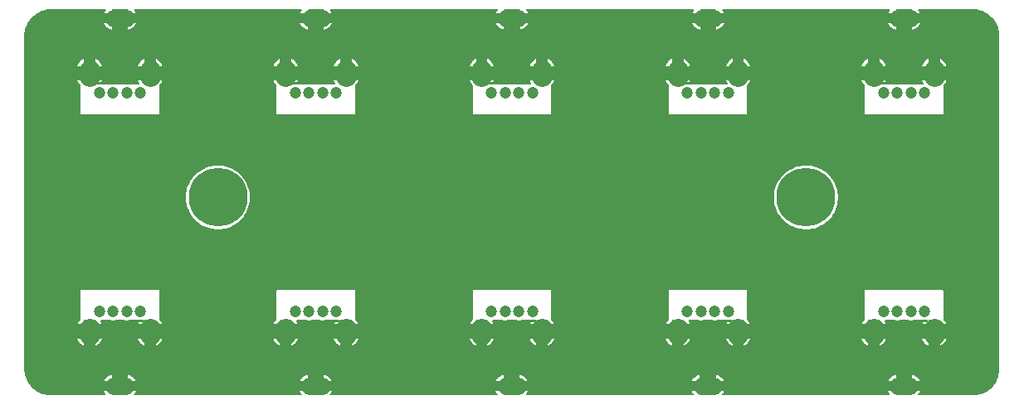
<source format=gbl>
G04 Layer: BottomLayer*
G04 EasyEDA v6.5.9, 2022-09-16 17:49:15*
G04 a67cddfb3fce44daa9051d46cbbcc19f,10*
G04 Gerber Generator version 0.2*
G04 Scale: 100 percent, Rotated: No, Reflected: No *
G04 Dimensions in millimeters *
G04 leading zeros omitted , absolute positions ,4 integer and 5 decimal *
%FSLAX45Y45*%
%MOMM*%

%ADD10C,1.1999*%
%ADD11C,6.0000*%
%ADD12C,1.2700*%
%ADD13C,2.1000*%
%ADD14C,1.8000*%
%ADD15C,0.0143*%

%LPD*%
G36*
X300685Y25908D02*
G01*
X278079Y26822D01*
X256743Y29362D01*
X235610Y33629D01*
X214934Y39471D01*
X194767Y46939D01*
X175209Y55981D01*
X156464Y66548D01*
X138582Y78536D01*
X121716Y91846D01*
X105918Y106476D01*
X91338Y122326D01*
X78028Y139242D01*
X66141Y157124D01*
X55626Y175920D01*
X46634Y195478D01*
X39217Y215696D01*
X33426Y236423D01*
X29260Y257505D01*
X26771Y278892D01*
X25908Y300685D01*
X25908Y3699306D01*
X26822Y3721912D01*
X29362Y3743248D01*
X33629Y3764381D01*
X39471Y3785057D01*
X46939Y3805224D01*
X55981Y3824782D01*
X66548Y3843528D01*
X78536Y3861409D01*
X91846Y3878275D01*
X106476Y3894074D01*
X122326Y3908653D01*
X139242Y3921963D01*
X157124Y3933901D01*
X175920Y3944365D01*
X195478Y3953357D01*
X215696Y3960774D01*
X236423Y3966565D01*
X257505Y3970731D01*
X278892Y3973220D01*
X300685Y3974084D01*
X847242Y3974084D01*
X851052Y3973322D01*
X854354Y3971188D01*
X856538Y3967987D01*
X857402Y3964127D01*
X856691Y3960266D01*
X854608Y3956964D01*
X851712Y3953865D01*
X843178Y3942130D01*
X837285Y3931361D01*
X919683Y3931361D01*
X919683Y3963924D01*
X920445Y3967835D01*
X922629Y3971137D01*
X925931Y3973322D01*
X929843Y3974084D01*
X1072184Y3974084D01*
X1076096Y3973322D01*
X1079398Y3971137D01*
X1081582Y3967835D01*
X1082344Y3963924D01*
X1082344Y3931361D01*
X1164793Y3931361D01*
X1158849Y3942130D01*
X1150315Y3953865D01*
X1147419Y3956964D01*
X1145336Y3960266D01*
X1144625Y3964127D01*
X1145489Y3967987D01*
X1147724Y3971188D01*
X1150975Y3973322D01*
X1154785Y3974084D01*
X2847238Y3974084D01*
X2851048Y3973322D01*
X2854350Y3971188D01*
X2856534Y3967987D01*
X2857398Y3964127D01*
X2856687Y3960266D01*
X2854655Y3956964D01*
X2851708Y3953865D01*
X2843174Y3942130D01*
X2837281Y3931361D01*
X2919679Y3931361D01*
X2919679Y3963924D01*
X2920441Y3967835D01*
X2922625Y3971137D01*
X2925927Y3973322D01*
X2929839Y3974084D01*
X3072180Y3974084D01*
X3076092Y3973322D01*
X3079394Y3971137D01*
X3081578Y3967835D01*
X3082340Y3963924D01*
X3082340Y3931361D01*
X3164789Y3931361D01*
X3158845Y3942130D01*
X3150311Y3953865D01*
X3147415Y3956964D01*
X3145332Y3960266D01*
X3144672Y3964127D01*
X3145485Y3967987D01*
X3147720Y3971188D01*
X3150971Y3973322D01*
X3154781Y3974084D01*
X4847234Y3974084D01*
X4851044Y3973322D01*
X4854346Y3971188D01*
X4856530Y3967987D01*
X4857394Y3964127D01*
X4856734Y3960266D01*
X4854651Y3956964D01*
X4851704Y3953865D01*
X4843170Y3942130D01*
X4837277Y3931361D01*
X4919675Y3931361D01*
X4919675Y3963924D01*
X4920437Y3967835D01*
X4922621Y3971137D01*
X4925923Y3973322D01*
X4929835Y3974084D01*
X5072227Y3974084D01*
X5076088Y3973322D01*
X5079390Y3971137D01*
X5081574Y3967835D01*
X5082387Y3963924D01*
X5082387Y3931361D01*
X5164785Y3931361D01*
X5158841Y3942130D01*
X5150307Y3953865D01*
X5147411Y3956964D01*
X5145328Y3960266D01*
X5144668Y3964127D01*
X5145481Y3967987D01*
X5147716Y3971188D01*
X5150967Y3973322D01*
X5154828Y3974084D01*
X6847230Y3974084D01*
X6851040Y3973322D01*
X6854342Y3971188D01*
X6856526Y3967987D01*
X6857390Y3964127D01*
X6856730Y3960266D01*
X6854647Y3956964D01*
X6851700Y3953865D01*
X6843166Y3942130D01*
X6837273Y3931361D01*
X6919671Y3931361D01*
X6919671Y3963924D01*
X6920433Y3967835D01*
X6922617Y3971137D01*
X6925919Y3973322D01*
X6929831Y3974084D01*
X7072223Y3974084D01*
X7076084Y3973322D01*
X7079386Y3971137D01*
X7081570Y3967835D01*
X7082383Y3963924D01*
X7082383Y3931361D01*
X7164781Y3931361D01*
X7158837Y3942130D01*
X7150303Y3953865D01*
X7147407Y3956964D01*
X7145324Y3960266D01*
X7144664Y3964127D01*
X7145477Y3967987D01*
X7147712Y3971188D01*
X7150963Y3973322D01*
X7154824Y3974084D01*
X8847226Y3974084D01*
X8851087Y3973322D01*
X8854338Y3971188D01*
X8856573Y3967987D01*
X8857386Y3964127D01*
X8856726Y3960266D01*
X8854643Y3956964D01*
X8851747Y3953865D01*
X8843162Y3942130D01*
X8837269Y3931361D01*
X8919667Y3931361D01*
X8919667Y3963924D01*
X8920429Y3967835D01*
X8922664Y3971137D01*
X8925915Y3973322D01*
X8929827Y3974084D01*
X9072219Y3974084D01*
X9076080Y3973322D01*
X9079382Y3971137D01*
X9081617Y3967835D01*
X9082379Y3963924D01*
X9082379Y3931361D01*
X9164777Y3931361D01*
X9158884Y3942130D01*
X9150299Y3953865D01*
X9147403Y3956964D01*
X9145320Y3960266D01*
X9144660Y3964127D01*
X9145473Y3967987D01*
X9147708Y3971188D01*
X9150959Y3973322D01*
X9154820Y3974084D01*
X9699294Y3974084D01*
X9721900Y3973169D01*
X9743287Y3970629D01*
X9764369Y3966413D01*
X9785045Y3960520D01*
X9805263Y3953052D01*
X9824770Y3944010D01*
X9843516Y3933444D01*
X9861397Y3921506D01*
X9878314Y3908145D01*
X9894062Y3893515D01*
X9908641Y3877665D01*
X9921951Y3860749D01*
X9933889Y3842867D01*
X9944354Y3824071D01*
X9953345Y3804513D01*
X9960762Y3784295D01*
X9966553Y3763568D01*
X9970770Y3742486D01*
X9973259Y3721100D01*
X9974072Y3699306D01*
X9974072Y300685D01*
X9973157Y278079D01*
X9970617Y256743D01*
X9966401Y235610D01*
X9960508Y214934D01*
X9953040Y194767D01*
X9943998Y175209D01*
X9933482Y156464D01*
X9921494Y138582D01*
X9908133Y121716D01*
X9893503Y105918D01*
X9877704Y91338D01*
X9860788Y78028D01*
X9842855Y66141D01*
X9824059Y55626D01*
X9804501Y46634D01*
X9784334Y39217D01*
X9763607Y33426D01*
X9742474Y29260D01*
X9721088Y26771D01*
X9699294Y25908D01*
X9152788Y25908D01*
X9148927Y26670D01*
X9145676Y28803D01*
X9143441Y32054D01*
X9142628Y35864D01*
X9143288Y39725D01*
X9145371Y43027D01*
X9148267Y46126D01*
X9156852Y57912D01*
X9162745Y68630D01*
X9080347Y68630D01*
X9080347Y36068D01*
X9079585Y32156D01*
X9077350Y28905D01*
X9074048Y26670D01*
X9070187Y25908D01*
X8927795Y25908D01*
X8923883Y26670D01*
X8920632Y28905D01*
X8918397Y32156D01*
X8917635Y36068D01*
X8917635Y68630D01*
X8835237Y68630D01*
X8841130Y57912D01*
X8849715Y46126D01*
X8852611Y43027D01*
X8854694Y39725D01*
X8855354Y35864D01*
X8854541Y32054D01*
X8852306Y28803D01*
X8849055Y26670D01*
X8845194Y25908D01*
X7152792Y25908D01*
X7148931Y26670D01*
X7145680Y28803D01*
X7143445Y32054D01*
X7142632Y35864D01*
X7143292Y39725D01*
X7145375Y43027D01*
X7148271Y46126D01*
X7156805Y57912D01*
X7162749Y68630D01*
X7080351Y68630D01*
X7080351Y36068D01*
X7079538Y32156D01*
X7077354Y28905D01*
X7074052Y26670D01*
X7070191Y25908D01*
X6927799Y25908D01*
X6923887Y26670D01*
X6920585Y28905D01*
X6918401Y32156D01*
X6917639Y36068D01*
X6917639Y68630D01*
X6835241Y68630D01*
X6841134Y57912D01*
X6849668Y46126D01*
X6852615Y43027D01*
X6854698Y39725D01*
X6855358Y35864D01*
X6854494Y32054D01*
X6852310Y28803D01*
X6849008Y26670D01*
X6845198Y25908D01*
X5152796Y25908D01*
X5148935Y26670D01*
X5145684Y28803D01*
X5143449Y32054D01*
X5142636Y35864D01*
X5143296Y39725D01*
X5145379Y43027D01*
X5148275Y46126D01*
X5156809Y57912D01*
X5162753Y68630D01*
X5080355Y68630D01*
X5080355Y36068D01*
X5079542Y32156D01*
X5077358Y28905D01*
X5074056Y26670D01*
X5070195Y25908D01*
X4927803Y25908D01*
X4923891Y26670D01*
X4920589Y28905D01*
X4918405Y32156D01*
X4917643Y36068D01*
X4917643Y68630D01*
X4835245Y68630D01*
X4841138Y57912D01*
X4849672Y46126D01*
X4852619Y43027D01*
X4854702Y39725D01*
X4855362Y35864D01*
X4854498Y32054D01*
X4852314Y28803D01*
X4849012Y26670D01*
X4845202Y25908D01*
X3152749Y25908D01*
X3148939Y26670D01*
X3145688Y28803D01*
X3143453Y32054D01*
X3142640Y35864D01*
X3143300Y39725D01*
X3145383Y43027D01*
X3148279Y46126D01*
X3156813Y57912D01*
X3162757Y68630D01*
X3080308Y68630D01*
X3080308Y36068D01*
X3079546Y32156D01*
X3077362Y28905D01*
X3074060Y26670D01*
X3070148Y25908D01*
X2927807Y25908D01*
X2923895Y26670D01*
X2920593Y28905D01*
X2918409Y32156D01*
X2917647Y36068D01*
X2917647Y68630D01*
X2835249Y68630D01*
X2841142Y57912D01*
X2849676Y46126D01*
X2852623Y43027D01*
X2854655Y39725D01*
X2855366Y35864D01*
X2854502Y32054D01*
X2852318Y28803D01*
X2849016Y26670D01*
X2845206Y25908D01*
X1152753Y25908D01*
X1148943Y26670D01*
X1145692Y28803D01*
X1143457Y32054D01*
X1142593Y35864D01*
X1143304Y39725D01*
X1145387Y43027D01*
X1148283Y46126D01*
X1156817Y57912D01*
X1162761Y68630D01*
X1080312Y68630D01*
X1080312Y36068D01*
X1079550Y32156D01*
X1077366Y28905D01*
X1074064Y26670D01*
X1070152Y25908D01*
X927811Y25908D01*
X923899Y26670D01*
X920597Y28905D01*
X918413Y32156D01*
X917651Y36068D01*
X917651Y68630D01*
X835253Y68630D01*
X841146Y57912D01*
X849680Y46126D01*
X852576Y43027D01*
X854659Y39725D01*
X855370Y35864D01*
X854506Y32054D01*
X852322Y28803D01*
X849020Y26670D01*
X845210Y25908D01*
G37*

%LPC*%
G36*
X2006295Y1724152D02*
G01*
X2031542Y1725625D01*
X2056587Y1729079D01*
X2081275Y1734413D01*
X2105507Y1741678D01*
X2129078Y1750771D01*
X2151888Y1761693D01*
X2173782Y1774291D01*
X2194610Y1788617D01*
X2214270Y1804466D01*
X2232660Y1821789D01*
X2249678Y1840534D01*
X2265121Y1860499D01*
X2279040Y1881632D01*
X2291232Y1903730D01*
X2301697Y1926742D01*
X2310333Y1950516D01*
X2317140Y1974850D01*
X2321966Y1999640D01*
X2324912Y2024735D01*
X2325878Y2050034D01*
X2324912Y2075281D01*
X2321966Y2100376D01*
X2317140Y2125167D01*
X2310333Y2149500D01*
X2301697Y2173274D01*
X2291232Y2196287D01*
X2279040Y2218385D01*
X2265121Y2239518D01*
X2249678Y2259482D01*
X2232660Y2278227D01*
X2214270Y2295550D01*
X2194610Y2311400D01*
X2173782Y2325725D01*
X2151888Y2338374D01*
X2129078Y2349246D01*
X2105507Y2358339D01*
X2081275Y2365603D01*
X2056587Y2370937D01*
X2031542Y2374392D01*
X2006295Y2375865D01*
X1981047Y2375357D01*
X1955901Y2372918D01*
X1931009Y2368550D01*
X1906524Y2362200D01*
X1882597Y2354021D01*
X1859432Y2344013D01*
X1837029Y2332228D01*
X1815693Y2318766D01*
X1795373Y2303678D01*
X1776374Y2287066D01*
X1758645Y2269032D01*
X1742389Y2249678D01*
X1727707Y2229104D01*
X1714652Y2207463D01*
X1703324Y2184857D01*
X1693773Y2161489D01*
X1686052Y2137410D01*
X1680210Y2112822D01*
X1676298Y2087829D01*
X1674368Y2062632D01*
X1674368Y2037384D01*
X1676298Y2012188D01*
X1680210Y1987194D01*
X1686052Y1962607D01*
X1693773Y1938528D01*
X1703324Y1915160D01*
X1714652Y1892554D01*
X1727707Y1870913D01*
X1742389Y1850389D01*
X1758645Y1830984D01*
X1776374Y1812950D01*
X1795373Y1796338D01*
X1815693Y1781251D01*
X1837029Y1767789D01*
X1859432Y1756003D01*
X1882597Y1745996D01*
X1906524Y1737817D01*
X1931009Y1731518D01*
X1955901Y1727098D01*
X1981047Y1724660D01*
G37*
G36*
X919683Y3766362D02*
G01*
X919683Y3828643D01*
X837285Y3828643D01*
X843178Y3817924D01*
X851712Y3806139D01*
X861669Y3795522D01*
X872896Y3786276D01*
X885190Y3778453D01*
X898347Y3772255D01*
X912215Y3767785D01*
G37*
G36*
X7082383Y3766362D02*
G01*
X7089851Y3767785D01*
X7103668Y3772255D01*
X7116825Y3778453D01*
X7129119Y3786276D01*
X7140346Y3795522D01*
X7150303Y3806139D01*
X7158837Y3817924D01*
X7164781Y3828643D01*
X7082383Y3828643D01*
G37*
G36*
X9082379Y3766362D02*
G01*
X9089847Y3767785D01*
X9103664Y3772255D01*
X9116822Y3778453D01*
X9129115Y3786276D01*
X9140342Y3795522D01*
X9150299Y3806139D01*
X9158884Y3817924D01*
X9164777Y3828643D01*
X9082379Y3828643D01*
G37*
G36*
X5082387Y3766362D02*
G01*
X5089855Y3767785D01*
X5103672Y3772255D01*
X5116830Y3778453D01*
X5129123Y3786276D01*
X5140350Y3795522D01*
X5150307Y3806139D01*
X5158841Y3817924D01*
X5164785Y3828643D01*
X5082387Y3828643D01*
G37*
G36*
X4919675Y3766362D02*
G01*
X4919675Y3828643D01*
X4837277Y3828643D01*
X4843170Y3817924D01*
X4851704Y3806139D01*
X4861661Y3795522D01*
X4872888Y3786276D01*
X4885182Y3778453D01*
X4898339Y3772255D01*
X4912207Y3767785D01*
G37*
G36*
X2919679Y3766362D02*
G01*
X2919679Y3828643D01*
X2837281Y3828643D01*
X2843174Y3817924D01*
X2851708Y3806139D01*
X2861665Y3795522D01*
X2872892Y3786276D01*
X2885186Y3778453D01*
X2898343Y3772255D01*
X2912211Y3767785D01*
G37*
G36*
X6919671Y3766362D02*
G01*
X6919671Y3828643D01*
X6837273Y3828643D01*
X6843166Y3817924D01*
X6851700Y3806139D01*
X6861708Y3795522D01*
X6872884Y3786276D01*
X6885178Y3778453D01*
X6898335Y3772255D01*
X6912203Y3767785D01*
G37*
G36*
X3082340Y3766362D02*
G01*
X3089859Y3767785D01*
X3103676Y3772255D01*
X3116834Y3778453D01*
X3129127Y3786276D01*
X3140354Y3795522D01*
X3150311Y3806139D01*
X3158845Y3817924D01*
X3164789Y3828643D01*
X3082340Y3828643D01*
G37*
G36*
X1082344Y3766362D02*
G01*
X1089812Y3767785D01*
X1103680Y3772255D01*
X1116838Y3778453D01*
X1129131Y3786276D01*
X1140358Y3795522D01*
X1150315Y3806139D01*
X1158849Y3817924D01*
X1164793Y3828643D01*
X1082344Y3828643D01*
G37*
G36*
X4835245Y171348D02*
G01*
X4917643Y171348D01*
X4917643Y233679D01*
X4910175Y232257D01*
X4896307Y227736D01*
X4883150Y221538D01*
X4870856Y213766D01*
X4859629Y204470D01*
X4849672Y193852D01*
X4841138Y182067D01*
G37*
G36*
X6835241Y171348D02*
G01*
X6917639Y171348D01*
X6917639Y233679D01*
X6910171Y232257D01*
X6896303Y227736D01*
X6883146Y221538D01*
X6870852Y213766D01*
X6859676Y204470D01*
X6849668Y193852D01*
X6841134Y182067D01*
G37*
G36*
X8835237Y171348D02*
G01*
X8917635Y171348D01*
X8917635Y233679D01*
X8910167Y232257D01*
X8896299Y227736D01*
X8883142Y221538D01*
X8870848Y213766D01*
X8859672Y204470D01*
X8849715Y193852D01*
X8841130Y182067D01*
G37*
G36*
X2835249Y171348D02*
G01*
X2917647Y171348D01*
X2917647Y233679D01*
X2910179Y232257D01*
X2896311Y227736D01*
X2883154Y221538D01*
X2870860Y213766D01*
X2859633Y204470D01*
X2849676Y193852D01*
X2841142Y182067D01*
G37*
G36*
X7080351Y171348D02*
G01*
X7162749Y171348D01*
X7156805Y182067D01*
X7148271Y193852D01*
X7138314Y204470D01*
X7127087Y213766D01*
X7114794Y221538D01*
X7101636Y227736D01*
X7087819Y232257D01*
X7080351Y233679D01*
G37*
G36*
X5080355Y171348D02*
G01*
X5162753Y171348D01*
X5156809Y182067D01*
X5148275Y193852D01*
X5138318Y204470D01*
X5127091Y213766D01*
X5114798Y221538D01*
X5101640Y227736D01*
X5087823Y232257D01*
X5080355Y233679D01*
G37*
G36*
X835253Y171348D02*
G01*
X917651Y171348D01*
X917651Y233679D01*
X910183Y232257D01*
X896315Y227736D01*
X883158Y221538D01*
X870864Y213766D01*
X859637Y204470D01*
X849680Y193852D01*
X841146Y182067D01*
G37*
G36*
X9080347Y171348D02*
G01*
X9162745Y171348D01*
X9156852Y182067D01*
X9148267Y193852D01*
X9138310Y204470D01*
X9127083Y213766D01*
X9114790Y221538D01*
X9101632Y227736D01*
X9087815Y232257D01*
X9080347Y233679D01*
G37*
G36*
X1080312Y171348D02*
G01*
X1162761Y171348D01*
X1156817Y182067D01*
X1148283Y193852D01*
X1138326Y204470D01*
X1127099Y213766D01*
X1114806Y221538D01*
X1101648Y227736D01*
X1087780Y232257D01*
X1080312Y233679D01*
G37*
G36*
X3080308Y171348D02*
G01*
X3162757Y171348D01*
X3156813Y182067D01*
X3148279Y193852D01*
X3138322Y204470D01*
X3127095Y213766D01*
X3114802Y221538D01*
X3101644Y227736D01*
X3087827Y232257D01*
X3080308Y233679D01*
G37*
G36*
X4750765Y533400D02*
G01*
X4757318Y536752D01*
X4770069Y545084D01*
X4781702Y554888D01*
X4792167Y565962D01*
X4801260Y578154D01*
X4808880Y591362D01*
X4815179Y606247D01*
X4750765Y606247D01*
G37*
G36*
X2633065Y533400D02*
G01*
X2633065Y606247D01*
X2568600Y606247D01*
X2574950Y591362D01*
X2582519Y578154D01*
X2591612Y565962D01*
X2602077Y554888D01*
X2613710Y545084D01*
X2626461Y536752D01*
G37*
G36*
X4633061Y533400D02*
G01*
X4633061Y606247D01*
X4568647Y606247D01*
X4574946Y591362D01*
X4582515Y578154D01*
X4591608Y565962D01*
X4602073Y554888D01*
X4613757Y545084D01*
X4626457Y536752D01*
G37*
G36*
X750773Y533400D02*
G01*
X757326Y536752D01*
X770077Y545084D01*
X781710Y554888D01*
X792175Y565962D01*
X801268Y578154D01*
X808888Y591362D01*
X815187Y606247D01*
X750773Y606247D01*
G37*
G36*
X1366977Y533400D02*
G01*
X1373530Y536752D01*
X1386281Y545084D01*
X1397914Y554888D01*
X1408379Y565962D01*
X1417472Y578154D01*
X1425092Y591362D01*
X1431391Y606247D01*
X1366977Y606247D01*
G37*
G36*
X8633053Y533400D02*
G01*
X8633053Y606247D01*
X8568639Y606247D01*
X8574938Y591362D01*
X8582558Y578154D01*
X8591651Y565962D01*
X8602065Y554888D01*
X8613749Y545084D01*
X8626449Y536752D01*
G37*
G36*
X633069Y533400D02*
G01*
X633069Y606247D01*
X568604Y606247D01*
X574954Y591362D01*
X582523Y578154D01*
X591616Y565962D01*
X602081Y554888D01*
X613714Y545084D01*
X626465Y536752D01*
G37*
G36*
X6633057Y533400D02*
G01*
X6633057Y606247D01*
X6568643Y606247D01*
X6574942Y591362D01*
X6582562Y578154D01*
X6591604Y565962D01*
X6602069Y554888D01*
X6613753Y545084D01*
X6626453Y536752D01*
G37*
G36*
X1249273Y533400D02*
G01*
X1249273Y606247D01*
X1184808Y606247D01*
X1191158Y591362D01*
X1198727Y578154D01*
X1207820Y565962D01*
X1218285Y554888D01*
X1229918Y545084D01*
X1242669Y536752D01*
G37*
G36*
X6750761Y533400D02*
G01*
X6757365Y536752D01*
X6770065Y545084D01*
X6781698Y554888D01*
X6792163Y565962D01*
X6801256Y578154D01*
X6808876Y591362D01*
X6815175Y606247D01*
X6750761Y606247D01*
G37*
G36*
X8750757Y533400D02*
G01*
X8757361Y536752D01*
X8770061Y545084D01*
X8781745Y554888D01*
X8792159Y565962D01*
X8801252Y578154D01*
X8808872Y591362D01*
X8815171Y606247D01*
X8750757Y606247D01*
G37*
G36*
X2750769Y533400D02*
G01*
X2757322Y536752D01*
X2770073Y545084D01*
X2781706Y554888D01*
X2792171Y565962D01*
X2801264Y578154D01*
X2808884Y591362D01*
X2815183Y606247D01*
X2750769Y606247D01*
G37*
G36*
X7366965Y533400D02*
G01*
X7373569Y536752D01*
X7386269Y545084D01*
X7397902Y554888D01*
X7408367Y565962D01*
X7417460Y578154D01*
X7425080Y591362D01*
X7431379Y606247D01*
X7366965Y606247D01*
G37*
G36*
X7249261Y533400D02*
G01*
X7249261Y606247D01*
X7184847Y606247D01*
X7191146Y591362D01*
X7198766Y578154D01*
X7207808Y565962D01*
X7218273Y554888D01*
X7229957Y545084D01*
X7242657Y536752D01*
G37*
G36*
X3249269Y533400D02*
G01*
X3249269Y606247D01*
X3184804Y606247D01*
X3191154Y591362D01*
X3198723Y578154D01*
X3207816Y565962D01*
X3218281Y554888D01*
X3229914Y545084D01*
X3242665Y536752D01*
G37*
G36*
X3366973Y533400D02*
G01*
X3373526Y536752D01*
X3386277Y545084D01*
X3397910Y554888D01*
X3408375Y565962D01*
X3417468Y578154D01*
X3425088Y591362D01*
X3431387Y606247D01*
X3366973Y606247D01*
G37*
G36*
X5366969Y533400D02*
G01*
X5373522Y536752D01*
X5386273Y545084D01*
X5397906Y554888D01*
X5408371Y565962D01*
X5417464Y578154D01*
X5425084Y591362D01*
X5431383Y606247D01*
X5366969Y606247D01*
G37*
G36*
X5249265Y533400D02*
G01*
X5249265Y606247D01*
X5184851Y606247D01*
X5191150Y591362D01*
X5198719Y578154D01*
X5207812Y565962D01*
X5218277Y554888D01*
X5229961Y545084D01*
X5242661Y536752D01*
G37*
G36*
X9366961Y533400D02*
G01*
X9373565Y536752D01*
X9386265Y545084D01*
X9397949Y554888D01*
X9408363Y565962D01*
X9417456Y578154D01*
X9425076Y591362D01*
X9431375Y606247D01*
X9366961Y606247D01*
G37*
G36*
X9249257Y533400D02*
G01*
X9249257Y606247D01*
X9184843Y606247D01*
X9191142Y591362D01*
X9198762Y578154D01*
X9207855Y565962D01*
X9218269Y554888D01*
X9229953Y545084D01*
X9242653Y536752D01*
G37*
G36*
X568604Y753922D02*
G01*
X633069Y753922D01*
X633069Y789838D01*
X633831Y793750D01*
X636016Y797001D01*
X639318Y799236D01*
X643229Y799998D01*
X740613Y799998D01*
X744474Y799236D01*
X747776Y797001D01*
X749960Y793750D01*
X750773Y789838D01*
X750773Y753922D01*
X815187Y753922D01*
X808888Y768807D01*
X801674Y781253D01*
X800455Y784860D01*
X800608Y788619D01*
X802132Y792124D01*
X804824Y794766D01*
X808329Y796290D01*
X814374Y797560D01*
X819150Y799338D01*
X822706Y799998D01*
X897636Y799998D01*
X901192Y799338D01*
X905967Y797560D01*
X917905Y794969D01*
X930148Y794105D01*
X942390Y794969D01*
X954328Y797560D01*
X959103Y799338D01*
X962660Y799998D01*
X1037336Y799998D01*
X1040892Y799338D01*
X1045667Y797560D01*
X1057605Y794969D01*
X1069848Y794105D01*
X1082090Y794969D01*
X1094028Y797560D01*
X1098804Y799338D01*
X1102360Y799998D01*
X1177290Y799998D01*
X1180439Y799490D01*
X1183640Y799998D01*
X1236014Y799998D01*
X1239875Y799236D01*
X1243177Y797001D01*
X1245362Y793750D01*
X1246174Y789838D01*
X1245565Y784250D01*
X1243888Y781253D01*
X1241348Y778967D01*
X1238148Y777697D01*
X1224178Y774750D01*
X1209090Y773785D01*
X1194612Y774852D01*
X1191158Y768807D01*
X1184808Y753922D01*
X1249273Y753922D01*
X1249273Y789838D01*
X1250035Y793750D01*
X1252220Y797001D01*
X1255522Y799236D01*
X1259433Y799998D01*
X1356817Y799998D01*
X1360678Y799236D01*
X1363980Y797001D01*
X1366164Y793750D01*
X1366977Y789838D01*
X1366977Y753922D01*
X1431391Y753922D01*
X1425092Y768807D01*
X1417472Y782015D01*
X1408379Y794207D01*
X1402791Y800150D01*
X1400708Y803402D01*
X1399997Y807110D01*
X1399997Y1099007D01*
X1398981Y1100023D01*
X601014Y1100023D01*
X599998Y1099007D01*
X599998Y807110D01*
X599287Y803351D01*
X597204Y800150D01*
X591616Y794207D01*
X582523Y782015D01*
X574954Y768807D01*
G37*
G36*
X8919667Y3766362D02*
G01*
X8919667Y3828643D01*
X8837269Y3828643D01*
X8843162Y3817924D01*
X8851747Y3806139D01*
X8861704Y3795522D01*
X8872880Y3786276D01*
X8885174Y3778453D01*
X8898331Y3772255D01*
X8912199Y3767785D01*
G37*
G36*
X4750765Y3393744D02*
G01*
X4815179Y3393744D01*
X4808880Y3408679D01*
X4801260Y3421837D01*
X4792167Y3434029D01*
X4781702Y3445103D01*
X4770069Y3454908D01*
X4757318Y3463290D01*
X4750765Y3466592D01*
G37*
G36*
X2750769Y3393744D02*
G01*
X2815183Y3393744D01*
X2808884Y3408679D01*
X2801264Y3421837D01*
X2792171Y3434029D01*
X2781706Y3445103D01*
X2770073Y3454908D01*
X2757322Y3463290D01*
X2750769Y3466592D01*
G37*
G36*
X8568639Y753922D02*
G01*
X8633053Y753922D01*
X8633053Y789838D01*
X8633815Y793750D01*
X8636000Y797001D01*
X8639302Y799236D01*
X8643213Y799998D01*
X8740597Y799998D01*
X8744458Y799236D01*
X8747760Y797001D01*
X8749995Y793750D01*
X8750757Y789838D01*
X8750757Y753922D01*
X8815171Y753922D01*
X8808872Y768807D01*
X8801709Y781253D01*
X8800439Y784860D01*
X8800592Y788619D01*
X8802116Y792124D01*
X8804859Y794766D01*
X8808313Y796290D01*
X8814409Y797560D01*
X8819134Y799338D01*
X8822690Y799998D01*
X8897670Y799998D01*
X8901226Y799338D01*
X8905951Y797560D01*
X8917940Y794969D01*
X8930132Y794105D01*
X8942374Y794969D01*
X8954363Y797560D01*
X8959088Y799338D01*
X8962644Y799998D01*
X9037370Y799998D01*
X9040926Y799338D01*
X9045651Y797560D01*
X9057640Y794969D01*
X9069832Y794105D01*
X9082074Y794969D01*
X9094063Y797560D01*
X9098788Y799338D01*
X9102344Y799998D01*
X9177324Y799998D01*
X9180474Y799490D01*
X9183624Y799998D01*
X9235998Y799998D01*
X9239859Y799236D01*
X9243161Y797001D01*
X9245396Y793750D01*
X9246158Y789838D01*
X9245549Y784250D01*
X9243923Y781253D01*
X9241332Y778967D01*
X9238132Y777697D01*
X9224213Y774750D01*
X9209074Y773785D01*
X9194596Y774852D01*
X9191142Y768807D01*
X9184843Y753922D01*
X9249257Y753922D01*
X9249257Y789838D01*
X9250019Y793750D01*
X9252204Y797001D01*
X9255506Y799236D01*
X9259417Y799998D01*
X9356801Y799998D01*
X9360662Y799236D01*
X9363964Y797001D01*
X9366199Y793750D01*
X9366961Y789838D01*
X9366961Y753922D01*
X9431375Y753922D01*
X9425076Y768807D01*
X9417456Y782015D01*
X9408363Y794207D01*
X9402775Y800150D01*
X9400743Y803351D01*
X9399981Y807110D01*
X9399981Y1099007D01*
X9399016Y1100023D01*
X8600998Y1100023D01*
X8599982Y1099007D01*
X8599982Y807110D01*
X8599271Y803402D01*
X8597239Y800150D01*
X8591651Y794207D01*
X8582558Y782015D01*
X8574938Y768807D01*
G37*
G36*
X4568647Y3393744D02*
G01*
X4633061Y3393744D01*
X4633061Y3466592D01*
X4626457Y3463290D01*
X4613757Y3454908D01*
X4602073Y3445103D01*
X4591608Y3434029D01*
X4582515Y3421837D01*
X4574946Y3408679D01*
G37*
G36*
X2568600Y3393744D02*
G01*
X2633065Y3393744D01*
X2633065Y3466592D01*
X2626461Y3463290D01*
X2613710Y3454908D01*
X2602077Y3445103D01*
X2591612Y3434029D01*
X2582519Y3421837D01*
X2574950Y3408679D01*
G37*
G36*
X8750757Y3393744D02*
G01*
X8815171Y3393744D01*
X8808872Y3408679D01*
X8801252Y3421837D01*
X8792159Y3434029D01*
X8781745Y3445103D01*
X8770061Y3454908D01*
X8757361Y3463290D01*
X8750757Y3466592D01*
G37*
G36*
X6568643Y753922D02*
G01*
X6633057Y753922D01*
X6633057Y789838D01*
X6633819Y793750D01*
X6636003Y797001D01*
X6639306Y799236D01*
X6643217Y799998D01*
X6740601Y799998D01*
X6744462Y799236D01*
X6747764Y797001D01*
X6749948Y793750D01*
X6750761Y789838D01*
X6750761Y753922D01*
X6815175Y753922D01*
X6808876Y768807D01*
X6801713Y781253D01*
X6800443Y784860D01*
X6800596Y788619D01*
X6802120Y792124D01*
X6804812Y794766D01*
X6808317Y796290D01*
X6814413Y797560D01*
X6819138Y799338D01*
X6822694Y799998D01*
X6897674Y799998D01*
X6901180Y799338D01*
X6905955Y797560D01*
X6917944Y794969D01*
X6930136Y794105D01*
X6942378Y794969D01*
X6954367Y797560D01*
X6959092Y799338D01*
X6962648Y799998D01*
X7037374Y799998D01*
X7040880Y799338D01*
X7045655Y797560D01*
X7057644Y794969D01*
X7069836Y794105D01*
X7082078Y794969D01*
X7094067Y797560D01*
X7098792Y799338D01*
X7102348Y799998D01*
X7177328Y799998D01*
X7180478Y799490D01*
X7183628Y799998D01*
X7236002Y799998D01*
X7239863Y799236D01*
X7243165Y797001D01*
X7245400Y793750D01*
X7246162Y789838D01*
X7245553Y784250D01*
X7243876Y781253D01*
X7241336Y778967D01*
X7238136Y777697D01*
X7224217Y774750D01*
X7209078Y773785D01*
X7194600Y774852D01*
X7191146Y768807D01*
X7184847Y753922D01*
X7249261Y753922D01*
X7249261Y789838D01*
X7250023Y793750D01*
X7252208Y797001D01*
X7255509Y799236D01*
X7259421Y799998D01*
X7356805Y799998D01*
X7360666Y799236D01*
X7363968Y797001D01*
X7366152Y793750D01*
X7366965Y789838D01*
X7366965Y753922D01*
X7431379Y753922D01*
X7425080Y768807D01*
X7417460Y782015D01*
X7408367Y794207D01*
X7402779Y800150D01*
X7400696Y803351D01*
X7399985Y807110D01*
X7399985Y1099007D01*
X7399020Y1100023D01*
X6601002Y1100023D01*
X6599986Y1099007D01*
X6599986Y807110D01*
X6599275Y803402D01*
X6597243Y800150D01*
X6591604Y794207D01*
X6582562Y782015D01*
X6574942Y768807D01*
G37*
G36*
X8568639Y3393744D02*
G01*
X8633053Y3393744D01*
X8633053Y3466592D01*
X8626449Y3463290D01*
X8613749Y3454908D01*
X8602065Y3445103D01*
X8591651Y3434029D01*
X8582558Y3421837D01*
X8574938Y3408679D01*
G37*
G36*
X6568643Y3393744D02*
G01*
X6633057Y3393744D01*
X6633057Y3466592D01*
X6626453Y3463290D01*
X6613753Y3454908D01*
X6602069Y3445103D01*
X6591604Y3434029D01*
X6582562Y3421837D01*
X6574942Y3408679D01*
G37*
G36*
X6750761Y3393744D02*
G01*
X6815175Y3393744D01*
X6808876Y3408679D01*
X6801256Y3421837D01*
X6792163Y3434029D01*
X6781698Y3445103D01*
X6770065Y3454908D01*
X6757365Y3463290D01*
X6750761Y3466592D01*
G37*
G36*
X2568600Y753922D02*
G01*
X2633065Y753922D01*
X2633065Y789838D01*
X2633827Y793750D01*
X2636012Y797001D01*
X2639314Y799236D01*
X2643225Y799998D01*
X2740609Y799998D01*
X2744470Y799236D01*
X2747772Y797001D01*
X2749956Y793750D01*
X2750769Y789838D01*
X2750769Y753922D01*
X2815183Y753922D01*
X2808884Y768807D01*
X2801670Y781253D01*
X2800451Y784860D01*
X2800604Y788619D01*
X2802128Y792124D01*
X2804820Y794766D01*
X2808325Y796290D01*
X2814370Y797560D01*
X2819146Y799338D01*
X2822702Y799998D01*
X2897632Y799998D01*
X2901188Y799338D01*
X2905963Y797560D01*
X2917952Y794969D01*
X2930144Y794105D01*
X2942386Y794969D01*
X2954324Y797560D01*
X2959100Y799338D01*
X2962656Y799998D01*
X3037332Y799998D01*
X3040888Y799338D01*
X3045663Y797560D01*
X3057652Y794969D01*
X3069844Y794105D01*
X3082086Y794969D01*
X3094024Y797560D01*
X3098800Y799338D01*
X3102356Y799998D01*
X3177286Y799998D01*
X3180435Y799490D01*
X3183636Y799998D01*
X3236010Y799998D01*
X3239871Y799236D01*
X3243173Y797001D01*
X3245358Y793750D01*
X3246170Y789838D01*
X3245561Y784250D01*
X3243884Y781253D01*
X3241344Y778967D01*
X3238144Y777697D01*
X3224174Y774750D01*
X3209086Y773785D01*
X3194608Y774852D01*
X3191154Y768807D01*
X3184804Y753922D01*
X3249269Y753922D01*
X3249269Y789838D01*
X3250031Y793750D01*
X3252215Y797001D01*
X3255517Y799236D01*
X3259429Y799998D01*
X3356813Y799998D01*
X3360674Y799236D01*
X3363976Y797001D01*
X3366160Y793750D01*
X3366973Y789838D01*
X3366973Y753922D01*
X3431387Y753922D01*
X3425088Y768807D01*
X3417468Y782015D01*
X3408375Y794207D01*
X3402787Y800150D01*
X3400704Y803351D01*
X3399993Y807110D01*
X3399993Y1099007D01*
X3398977Y1100023D01*
X2601010Y1100023D01*
X2599994Y1099007D01*
X2599994Y807110D01*
X2599283Y803402D01*
X2597251Y800150D01*
X2591612Y794207D01*
X2582519Y782015D01*
X2574950Y768807D01*
G37*
G36*
X568604Y3393744D02*
G01*
X633069Y3393744D01*
X633069Y3466592D01*
X626465Y3463290D01*
X613714Y3454908D01*
X602081Y3445103D01*
X591616Y3434029D01*
X582523Y3421837D01*
X574954Y3408679D01*
G37*
G36*
X9366961Y3393744D02*
G01*
X9431375Y3393744D01*
X9425076Y3408679D01*
X9417456Y3421837D01*
X9408363Y3434029D01*
X9397949Y3445103D01*
X9386265Y3454908D01*
X9373565Y3463290D01*
X9366961Y3466592D01*
G37*
G36*
X3184804Y3393744D02*
G01*
X3249269Y3393744D01*
X3249269Y3466592D01*
X3242665Y3463290D01*
X3229914Y3454908D01*
X3218281Y3445103D01*
X3207816Y3434029D01*
X3198723Y3421837D01*
X3191154Y3408679D01*
G37*
G36*
X4568647Y753922D02*
G01*
X4633061Y753922D01*
X4633061Y789838D01*
X4633823Y793750D01*
X4636008Y797001D01*
X4639310Y799236D01*
X4643221Y799998D01*
X4740605Y799998D01*
X4744466Y799236D01*
X4747768Y797001D01*
X4749952Y793750D01*
X4750765Y789838D01*
X4750765Y753922D01*
X4815179Y753922D01*
X4808880Y768807D01*
X4801666Y781253D01*
X4800447Y784860D01*
X4800600Y788619D01*
X4802124Y792124D01*
X4804816Y794766D01*
X4808321Y796290D01*
X4814366Y797560D01*
X4819142Y799338D01*
X4822698Y799998D01*
X4897628Y799998D01*
X4901184Y799338D01*
X4905959Y797560D01*
X4917948Y794969D01*
X4930140Y794105D01*
X4942382Y794969D01*
X4954320Y797560D01*
X4959096Y799338D01*
X4962652Y799998D01*
X5037328Y799998D01*
X5040884Y799338D01*
X5045659Y797560D01*
X5057648Y794969D01*
X5069840Y794105D01*
X5082082Y794969D01*
X5094020Y797560D01*
X5098796Y799338D01*
X5102352Y799998D01*
X5177282Y799998D01*
X5180482Y799490D01*
X5183632Y799998D01*
X5236006Y799998D01*
X5239867Y799236D01*
X5243169Y797001D01*
X5245354Y793750D01*
X5246166Y789838D01*
X5245557Y784250D01*
X5243880Y781253D01*
X5241340Y778967D01*
X5238140Y777697D01*
X5224221Y774750D01*
X5209082Y773785D01*
X5194604Y774852D01*
X5191150Y768807D01*
X5184851Y753922D01*
X5249265Y753922D01*
X5249265Y789838D01*
X5250027Y793750D01*
X5252212Y797001D01*
X5255514Y799236D01*
X5259425Y799998D01*
X5356809Y799998D01*
X5360670Y799236D01*
X5363972Y797001D01*
X5366156Y793750D01*
X5366969Y789838D01*
X5366969Y753922D01*
X5431383Y753922D01*
X5425084Y768807D01*
X5417464Y782015D01*
X5408371Y794207D01*
X5402783Y800150D01*
X5400700Y803402D01*
X5399989Y807110D01*
X5399989Y1099007D01*
X5399024Y1100023D01*
X4601006Y1100023D01*
X4599990Y1099007D01*
X4599990Y807110D01*
X4599279Y803351D01*
X4597247Y800150D01*
X4591608Y794207D01*
X4582515Y782015D01*
X4574946Y768807D01*
G37*
G36*
X750773Y3393744D02*
G01*
X815187Y3393744D01*
X808888Y3408679D01*
X801268Y3421837D01*
X792175Y3434029D01*
X781710Y3445103D01*
X770077Y3454908D01*
X757326Y3463290D01*
X750773Y3466592D01*
G37*
G36*
X3366973Y3393744D02*
G01*
X3431387Y3393744D01*
X3425088Y3408679D01*
X3417468Y3421837D01*
X3408375Y3434029D01*
X3397910Y3445103D01*
X3386277Y3454908D01*
X3373526Y3463290D01*
X3366973Y3466592D01*
G37*
G36*
X1184808Y3393744D02*
G01*
X1249273Y3393744D01*
X1249273Y3466592D01*
X1242669Y3463290D01*
X1229918Y3454908D01*
X1218285Y3445103D01*
X1207820Y3434029D01*
X1198727Y3421837D01*
X1191158Y3408679D01*
G37*
G36*
X7184847Y3393744D02*
G01*
X7249261Y3393744D01*
X7249261Y3466592D01*
X7242657Y3463290D01*
X7229957Y3454908D01*
X7218273Y3445103D01*
X7207808Y3434029D01*
X7198766Y3421837D01*
X7191146Y3408679D01*
G37*
G36*
X9184843Y3393744D02*
G01*
X9249257Y3393744D01*
X9249257Y3466592D01*
X9242653Y3463290D01*
X9229953Y3454908D01*
X9218269Y3445103D01*
X9207855Y3434029D01*
X9198762Y3421837D01*
X9191142Y3408679D01*
G37*
G36*
X7366965Y3393744D02*
G01*
X7431379Y3393744D01*
X7425080Y3408679D01*
X7417460Y3421837D01*
X7408367Y3434029D01*
X7397902Y3445103D01*
X7386269Y3454908D01*
X7373569Y3463290D01*
X7366965Y3466592D01*
G37*
G36*
X5366969Y3393744D02*
G01*
X5431383Y3393744D01*
X5425084Y3408679D01*
X5417464Y3421837D01*
X5408371Y3434029D01*
X5397906Y3445103D01*
X5386273Y3454908D01*
X5373522Y3463290D01*
X5366969Y3466592D01*
G37*
G36*
X1366977Y3393744D02*
G01*
X1431391Y3393744D01*
X1425092Y3408679D01*
X1417472Y3421837D01*
X1408379Y3434029D01*
X1397914Y3445103D01*
X1386281Y3454908D01*
X1373530Y3463290D01*
X1366977Y3466592D01*
G37*
G36*
X5184851Y3393744D02*
G01*
X5249265Y3393744D01*
X5249265Y3466592D01*
X5242661Y3463290D01*
X5229961Y3454908D01*
X5218277Y3445103D01*
X5207812Y3434029D01*
X5198719Y3421837D01*
X5191150Y3408679D01*
G37*
G36*
X4601006Y2899968D02*
G01*
X5398973Y2899968D01*
X5399989Y2900984D01*
X5399989Y3192830D01*
X5400700Y3196590D01*
X5402732Y3199841D01*
X5408371Y3205784D01*
X5417464Y3217976D01*
X5425084Y3231184D01*
X5431383Y3246069D01*
X5366969Y3246069D01*
X5366969Y3210153D01*
X5366156Y3206292D01*
X5363972Y3202990D01*
X5360670Y3200755D01*
X5356809Y3199993D01*
X5259425Y3199993D01*
X5255514Y3200755D01*
X5252212Y3202990D01*
X5250027Y3206292D01*
X5249265Y3210153D01*
X5249265Y3246069D01*
X5184851Y3246069D01*
X5191150Y3231184D01*
X5198313Y3218738D01*
X5199583Y3215132D01*
X5199430Y3211372D01*
X5197856Y3207867D01*
X5195163Y3205226D01*
X5191658Y3203752D01*
X5185613Y3202432D01*
X5180838Y3200654D01*
X5177282Y3199993D01*
X5102352Y3199993D01*
X5098796Y3200654D01*
X5094020Y3202432D01*
X5082082Y3205022D01*
X5069840Y3205886D01*
X5057648Y3205022D01*
X5045659Y3202432D01*
X5040884Y3200654D01*
X5037328Y3199993D01*
X4962652Y3199993D01*
X4959096Y3200654D01*
X4954320Y3202432D01*
X4942382Y3205022D01*
X4930140Y3205886D01*
X4917948Y3205022D01*
X4905959Y3202432D01*
X4901184Y3200654D01*
X4897628Y3199993D01*
X4822698Y3199993D01*
X4819548Y3200501D01*
X4816398Y3199993D01*
X4764024Y3199993D01*
X4760112Y3200755D01*
X4756810Y3202990D01*
X4754626Y3206292D01*
X4753864Y3210153D01*
X4754422Y3215741D01*
X4756099Y3218738D01*
X4758690Y3221024D01*
X4761839Y3222294D01*
X4775809Y3225241D01*
X4790897Y3226206D01*
X4805375Y3225139D01*
X4808880Y3231184D01*
X4815179Y3246069D01*
X4750765Y3246069D01*
X4750765Y3210153D01*
X4749952Y3206292D01*
X4747768Y3202990D01*
X4744466Y3200755D01*
X4740605Y3199993D01*
X4643221Y3199993D01*
X4639310Y3200755D01*
X4636008Y3202990D01*
X4633823Y3206292D01*
X4633061Y3210153D01*
X4633061Y3246069D01*
X4568647Y3246069D01*
X4574946Y3231184D01*
X4582515Y3217976D01*
X4591608Y3205784D01*
X4597196Y3199841D01*
X4599279Y3196640D01*
X4599990Y3192881D01*
X4599990Y2900984D01*
X4600143Y2900172D01*
G37*
G36*
X2601010Y2899968D02*
G01*
X3398977Y2899968D01*
X3399993Y2900984D01*
X3399993Y3192881D01*
X3400704Y3196640D01*
X3402787Y3199841D01*
X3408375Y3205784D01*
X3417468Y3217976D01*
X3425088Y3231184D01*
X3431387Y3246069D01*
X3366973Y3246069D01*
X3366973Y3210153D01*
X3366160Y3206292D01*
X3363976Y3202990D01*
X3360674Y3200755D01*
X3356813Y3199993D01*
X3259429Y3199993D01*
X3255517Y3200755D01*
X3252215Y3202990D01*
X3250031Y3206292D01*
X3249269Y3210153D01*
X3249269Y3246069D01*
X3184804Y3246069D01*
X3191154Y3231184D01*
X3198317Y3218738D01*
X3199536Y3215132D01*
X3199384Y3211372D01*
X3197860Y3207867D01*
X3195167Y3205226D01*
X3191662Y3203752D01*
X3185617Y3202432D01*
X3180842Y3200654D01*
X3177286Y3199993D01*
X3102356Y3199993D01*
X3098800Y3200654D01*
X3094024Y3202432D01*
X3082086Y3205022D01*
X3069844Y3205886D01*
X3057652Y3205022D01*
X3045663Y3202432D01*
X3040888Y3200654D01*
X3037332Y3199993D01*
X2962656Y3199993D01*
X2959100Y3200654D01*
X2954324Y3202432D01*
X2942386Y3205022D01*
X2930144Y3205886D01*
X2917952Y3205022D01*
X2905963Y3202432D01*
X2901188Y3200654D01*
X2897632Y3199993D01*
X2822702Y3199993D01*
X2819552Y3200501D01*
X2816402Y3199993D01*
X2764028Y3199993D01*
X2760116Y3200755D01*
X2756814Y3202990D01*
X2754630Y3206292D01*
X2753868Y3210153D01*
X2754426Y3215741D01*
X2756103Y3218738D01*
X2758643Y3221024D01*
X2761843Y3222294D01*
X2775813Y3225241D01*
X2790901Y3226206D01*
X2805379Y3225139D01*
X2808884Y3231184D01*
X2815183Y3246069D01*
X2750769Y3246069D01*
X2750769Y3210153D01*
X2749956Y3206292D01*
X2747772Y3202990D01*
X2744470Y3200755D01*
X2740609Y3199993D01*
X2643225Y3199993D01*
X2639314Y3200755D01*
X2636012Y3202990D01*
X2633827Y3206292D01*
X2633065Y3210153D01*
X2633065Y3246069D01*
X2568600Y3246069D01*
X2574950Y3231184D01*
X2582519Y3217976D01*
X2591612Y3205784D01*
X2597200Y3199841D01*
X2599283Y3196640D01*
X2599994Y3192881D01*
X2599994Y2900984D01*
X2600147Y2900172D01*
G37*
G36*
X6601002Y2899968D02*
G01*
X7398969Y2899968D01*
X7399985Y2900984D01*
X7399985Y3192830D01*
X7400696Y3196590D01*
X7402728Y3199841D01*
X7408367Y3205784D01*
X7417460Y3217976D01*
X7425080Y3231184D01*
X7431379Y3246069D01*
X7366965Y3246069D01*
X7366965Y3210153D01*
X7366152Y3206292D01*
X7363968Y3202990D01*
X7360666Y3200755D01*
X7356805Y3199993D01*
X7259421Y3199993D01*
X7255509Y3200755D01*
X7252208Y3202990D01*
X7250023Y3206292D01*
X7249261Y3210153D01*
X7249261Y3246069D01*
X7184847Y3246069D01*
X7191146Y3231184D01*
X7198309Y3218738D01*
X7199579Y3215132D01*
X7199426Y3211372D01*
X7197852Y3207867D01*
X7195159Y3205226D01*
X7191654Y3203752D01*
X7185609Y3202432D01*
X7180834Y3200654D01*
X7177278Y3199993D01*
X7102348Y3199993D01*
X7098792Y3200654D01*
X7094067Y3202432D01*
X7082078Y3205022D01*
X7069836Y3205886D01*
X7057644Y3205022D01*
X7045655Y3202432D01*
X7040880Y3200654D01*
X7037324Y3199993D01*
X6962648Y3199993D01*
X6959092Y3200654D01*
X6954367Y3202432D01*
X6942378Y3205022D01*
X6930136Y3205886D01*
X6917944Y3205022D01*
X6905955Y3202432D01*
X6901180Y3200654D01*
X6897624Y3199993D01*
X6822694Y3199993D01*
X6819544Y3200501D01*
X6816394Y3199993D01*
X6764020Y3199993D01*
X6760108Y3200755D01*
X6756806Y3202990D01*
X6754622Y3206292D01*
X6753859Y3210153D01*
X6754418Y3215741D01*
X6756095Y3218738D01*
X6758686Y3221024D01*
X6761835Y3222294D01*
X6775805Y3225241D01*
X6790944Y3226206D01*
X6805371Y3225139D01*
X6808876Y3231184D01*
X6815175Y3246069D01*
X6750761Y3246069D01*
X6750761Y3210153D01*
X6749948Y3206292D01*
X6747764Y3202990D01*
X6744462Y3200755D01*
X6740601Y3199993D01*
X6643217Y3199993D01*
X6639306Y3200755D01*
X6636003Y3202990D01*
X6633819Y3206292D01*
X6633057Y3210153D01*
X6633057Y3246069D01*
X6568643Y3246069D01*
X6574942Y3231184D01*
X6582562Y3217976D01*
X6591604Y3205784D01*
X6597192Y3199841D01*
X6599275Y3196640D01*
X6599986Y3192881D01*
X6599986Y2900984D01*
G37*
G36*
X8600998Y2899968D02*
G01*
X9398965Y2899968D01*
X9399981Y2900984D01*
X9399981Y3192830D01*
X9400692Y3196590D01*
X9402775Y3199841D01*
X9408363Y3205784D01*
X9417456Y3217976D01*
X9425076Y3231184D01*
X9431375Y3246069D01*
X9366961Y3246069D01*
X9366961Y3210153D01*
X9366199Y3206292D01*
X9363964Y3202990D01*
X9360662Y3200755D01*
X9356801Y3199993D01*
X9259417Y3199993D01*
X9255506Y3200755D01*
X9252204Y3202990D01*
X9250019Y3206292D01*
X9249257Y3210153D01*
X9249257Y3246069D01*
X9184843Y3246069D01*
X9191142Y3231184D01*
X9198305Y3218738D01*
X9199575Y3215132D01*
X9199422Y3211372D01*
X9197848Y3207867D01*
X9195155Y3205226D01*
X9191650Y3203752D01*
X9185605Y3202432D01*
X9180830Y3200654D01*
X9177274Y3199993D01*
X9102344Y3199993D01*
X9098788Y3200654D01*
X9094063Y3202432D01*
X9082074Y3205022D01*
X9069832Y3205886D01*
X9057640Y3205022D01*
X9045651Y3202432D01*
X9040876Y3200654D01*
X9037320Y3199993D01*
X8962644Y3199993D01*
X8959088Y3200654D01*
X8954363Y3202432D01*
X8942374Y3205022D01*
X8930132Y3205886D01*
X8917940Y3205022D01*
X8905951Y3202432D01*
X8901176Y3200654D01*
X8897620Y3199993D01*
X8822690Y3199993D01*
X8819540Y3200501D01*
X8816390Y3199993D01*
X8764016Y3199993D01*
X8760104Y3200755D01*
X8756802Y3202990D01*
X8754618Y3206292D01*
X8753856Y3210153D01*
X8754414Y3215741D01*
X8756091Y3218738D01*
X8758682Y3221024D01*
X8761831Y3222294D01*
X8775801Y3225241D01*
X8790940Y3226206D01*
X8805367Y3225139D01*
X8808872Y3231184D01*
X8815171Y3246069D01*
X8750757Y3246069D01*
X8750757Y3210153D01*
X8749995Y3206292D01*
X8747760Y3202990D01*
X8744458Y3200755D01*
X8740597Y3199993D01*
X8643213Y3199993D01*
X8639302Y3200755D01*
X8636000Y3202990D01*
X8633815Y3206292D01*
X8633053Y3210153D01*
X8633053Y3246069D01*
X8568639Y3246069D01*
X8574938Y3231184D01*
X8582558Y3217976D01*
X8591651Y3205784D01*
X8597188Y3199841D01*
X8599271Y3196640D01*
X8599982Y3192881D01*
X8599982Y2900984D01*
G37*
G36*
X600964Y2899968D02*
G01*
X1398981Y2899968D01*
X1399997Y2900984D01*
X1399997Y3192830D01*
X1400708Y3196590D01*
X1402740Y3199841D01*
X1408379Y3205784D01*
X1417472Y3217976D01*
X1425092Y3231184D01*
X1431391Y3246069D01*
X1366977Y3246069D01*
X1366977Y3210153D01*
X1366164Y3206292D01*
X1363980Y3202990D01*
X1360678Y3200755D01*
X1356817Y3199993D01*
X1259433Y3199993D01*
X1255522Y3200755D01*
X1252220Y3202990D01*
X1250035Y3206292D01*
X1249273Y3210153D01*
X1249273Y3246069D01*
X1184808Y3246069D01*
X1191158Y3231184D01*
X1198321Y3218738D01*
X1199540Y3215132D01*
X1199388Y3211372D01*
X1197864Y3207867D01*
X1195171Y3205226D01*
X1191666Y3203752D01*
X1185621Y3202432D01*
X1180846Y3200654D01*
X1177290Y3199993D01*
X1102360Y3199993D01*
X1098804Y3200654D01*
X1094028Y3202432D01*
X1082090Y3205022D01*
X1069848Y3205886D01*
X1057605Y3205022D01*
X1045667Y3202432D01*
X1040892Y3200654D01*
X1037336Y3199993D01*
X962660Y3199993D01*
X959103Y3200654D01*
X954328Y3202432D01*
X942390Y3205022D01*
X930148Y3205886D01*
X917905Y3205022D01*
X905967Y3202432D01*
X901192Y3200654D01*
X897636Y3199993D01*
X822706Y3199993D01*
X819556Y3200501D01*
X816406Y3199993D01*
X764032Y3199993D01*
X760120Y3200755D01*
X756818Y3202990D01*
X754634Y3206292D01*
X753872Y3210153D01*
X754430Y3215741D01*
X756107Y3218738D01*
X758647Y3221024D01*
X761847Y3222294D01*
X775817Y3225241D01*
X790905Y3226206D01*
X805383Y3225139D01*
X808888Y3231184D01*
X815187Y3246069D01*
X750773Y3246069D01*
X750773Y3210153D01*
X749960Y3206292D01*
X747776Y3202990D01*
X744474Y3200755D01*
X740613Y3199993D01*
X643229Y3199993D01*
X639318Y3200755D01*
X636016Y3202990D01*
X633831Y3206292D01*
X633069Y3210153D01*
X633069Y3246069D01*
X568604Y3246069D01*
X574954Y3231184D01*
X582523Y3217976D01*
X591616Y3205784D01*
X597204Y3199841D01*
X599287Y3196640D01*
X599998Y3192881D01*
X599998Y2900984D01*
X600151Y2900172D01*
G37*
G36*
X8006334Y1724152D02*
G01*
X8031530Y1725625D01*
X8056575Y1729079D01*
X8081314Y1734413D01*
X8105495Y1741678D01*
X8129066Y1750771D01*
X8151875Y1761693D01*
X8173770Y1774291D01*
X8194598Y1788617D01*
X8214309Y1804466D01*
X8232648Y1821789D01*
X8249666Y1840534D01*
X8265159Y1860499D01*
X8279028Y1881632D01*
X8291220Y1903730D01*
X8301685Y1926742D01*
X8310321Y1950516D01*
X8317128Y1974850D01*
X8322005Y1999640D01*
X8324900Y2024735D01*
X8325916Y2050034D01*
X8324900Y2075281D01*
X8322005Y2100376D01*
X8317128Y2125167D01*
X8310321Y2149500D01*
X8301685Y2173274D01*
X8291220Y2196287D01*
X8279028Y2218385D01*
X8265159Y2239518D01*
X8249666Y2259482D01*
X8232648Y2278227D01*
X8214309Y2295550D01*
X8194598Y2311400D01*
X8173770Y2325725D01*
X8151875Y2338374D01*
X8129066Y2349246D01*
X8105495Y2358339D01*
X8081314Y2365603D01*
X8056575Y2370937D01*
X8031530Y2374392D01*
X8006334Y2375865D01*
X7981035Y2375357D01*
X7955889Y2372918D01*
X7930997Y2368550D01*
X7906512Y2362200D01*
X7882636Y2354021D01*
X7859420Y2344013D01*
X7837068Y2332228D01*
X7815681Y2318766D01*
X7795412Y2303678D01*
X7776362Y2287066D01*
X7758633Y2269032D01*
X7742428Y2249678D01*
X7727696Y2229104D01*
X7714640Y2207463D01*
X7703312Y2184857D01*
X7693761Y2161489D01*
X7686040Y2137410D01*
X7680198Y2112822D01*
X7676286Y2087829D01*
X7674356Y2062632D01*
X7674356Y2037384D01*
X7676286Y2012188D01*
X7680198Y1987194D01*
X7686040Y1962607D01*
X7693761Y1938528D01*
X7703312Y1915160D01*
X7714640Y1892554D01*
X7727696Y1870913D01*
X7742428Y1850389D01*
X7758633Y1830984D01*
X7776362Y1812950D01*
X7795412Y1796338D01*
X7815681Y1781251D01*
X7837068Y1767789D01*
X7859420Y1756003D01*
X7882636Y1745996D01*
X7906512Y1737817D01*
X7930997Y1731518D01*
X7955889Y1727098D01*
X7981035Y1724660D01*
G37*

%LPD*%
D10*
G01*
X1209802Y879982D03*
G01*
X1069847Y879982D03*
G01*
X930147Y879982D03*
G01*
X790194Y879982D03*
G01*
X3209797Y879982D03*
G01*
X3069843Y879982D03*
G01*
X2930143Y879982D03*
G01*
X2790190Y879982D03*
G01*
X5209793Y879982D03*
G01*
X5069840Y879982D03*
G01*
X4930140Y879982D03*
G01*
X4790186Y879982D03*
G01*
X7209815Y879982D03*
G01*
X7069861Y879982D03*
G01*
X6930161Y879982D03*
G01*
X6790207Y879982D03*
G01*
X9209811Y879982D03*
G01*
X9069857Y879982D03*
G01*
X8930157Y879982D03*
G01*
X8790203Y879982D03*
G01*
X790194Y3120009D03*
G01*
X930147Y3120009D03*
G01*
X1069847Y3120009D03*
G01*
X1209802Y3120009D03*
G01*
X2790190Y3120009D03*
G01*
X2930143Y3120009D03*
G01*
X3069843Y3120009D03*
G01*
X3209797Y3120009D03*
G01*
X8790203Y3120009D03*
G01*
X8930157Y3120009D03*
G01*
X9069857Y3120009D03*
G01*
X9209811Y3120009D03*
G01*
X6790207Y3120009D03*
G01*
X6930161Y3120009D03*
G01*
X7069861Y3120009D03*
G01*
X7209815Y3120009D03*
G01*
X4790186Y3120009D03*
G01*
X4930140Y3120009D03*
G01*
X5069840Y3120009D03*
G01*
X5209793Y3120009D03*
D11*
G01*
X1999995Y2050008D03*
D12*
G01*
X1999995Y2275001D03*
G01*
X1840890Y2209114D03*
G01*
X1775002Y2050008D03*
G01*
X1840890Y1890903D03*
G01*
X1999995Y1825015D03*
G01*
X2159101Y1890903D03*
G01*
X2224989Y2050008D03*
G01*
X2159101Y2209114D03*
D11*
G01*
X8000009Y2050008D03*
D12*
G01*
X8000009Y2275001D03*
G01*
X7840903Y2209114D03*
G01*
X7775016Y2050008D03*
G01*
X7840903Y1890903D03*
G01*
X8000009Y1825015D03*
G01*
X8159115Y1890903D03*
G01*
X8225002Y2050008D03*
G01*
X8159115Y2209114D03*
D13*
X691895Y710084D02*
G01*
X691895Y650082D01*
X1308100Y650082D02*
G01*
X1308100Y710084D01*
D14*
X1058981Y120014D02*
G01*
X938982Y120014D01*
D13*
X2691891Y710084D02*
G01*
X2691891Y650082D01*
X3308095Y650082D02*
G01*
X3308095Y710087D01*
D14*
X3058977Y120014D02*
G01*
X2938978Y120014D01*
D13*
X4691888Y710084D02*
G01*
X4691888Y650082D01*
X5308091Y650082D02*
G01*
X5308091Y710087D01*
D14*
X5058973Y120014D02*
G01*
X4938974Y120014D01*
D13*
X6691909Y710084D02*
G01*
X6691909Y650082D01*
X7308113Y650082D02*
G01*
X7308113Y710087D01*
D14*
X7058995Y120014D02*
G01*
X6938995Y120014D01*
D13*
X8691905Y710084D02*
G01*
X8691905Y650082D01*
X9308109Y650082D02*
G01*
X9308109Y710087D01*
D14*
X9058991Y120014D02*
G01*
X8938991Y120014D01*
D13*
X1308100Y3289904D02*
G01*
X1308100Y3349906D01*
X691895Y3349906D02*
G01*
X691895Y3289904D01*
D14*
X941014Y3879977D02*
G01*
X1061013Y3879977D01*
D13*
X3308095Y3289904D02*
G01*
X3308095Y3349906D01*
X2691891Y3349909D02*
G01*
X2691891Y3289904D01*
D14*
X2941010Y3879977D02*
G01*
X3061009Y3879977D01*
D13*
X9308109Y3289904D02*
G01*
X9308109Y3349906D01*
X8691905Y3349909D02*
G01*
X8691905Y3289904D01*
D14*
X8941023Y3879977D02*
G01*
X9061023Y3879977D01*
D13*
X7308113Y3289904D02*
G01*
X7308113Y3349906D01*
X6691909Y3349909D02*
G01*
X6691909Y3289904D01*
D14*
X6941027Y3879977D02*
G01*
X7061027Y3879977D01*
D13*
X5308091Y3289904D02*
G01*
X5308091Y3349906D01*
X4691888Y3349909D02*
G01*
X4691888Y3289904D01*
D14*
X4941006Y3879977D02*
G01*
X5061005Y3879977D01*
M02*

</source>
